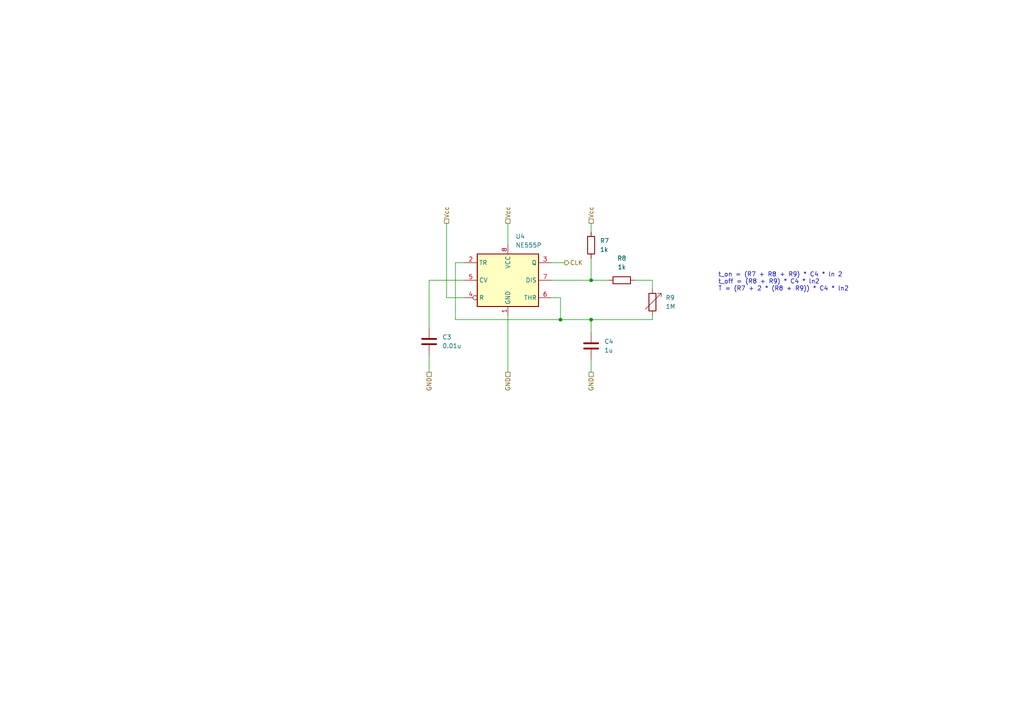
<source format=kicad_sch>
(kicad_sch (version 20231120) (generator "eeschema") (generator_version "8.0")
  (paper "A4")
  (title_block (title "${SHEETNAME}") (date "2024-06-03") (rev "v0.1") (company "BitBanged") (comment 1 "Inspired from Ben Eater's design.") (comment 2 "https://eater.net/8bit/clock"))
  (lib_symbols
    (symbol "Device:C" (pin_numbers hide) (pin_names (offset 0.254))
      (property "Reference" "C" (at 0.635 2.54 0))
      (property "Value" "C" (at 0.635 -2.54 0))
      (symbol "C_0_1"
        (polyline (pts (xy -2.032 -0.762) (xy 2.032 -0.762)) (stroke (width 0.508)))
        (polyline (pts (xy -2.032 0.762) (xy 2.032 0.762)) (stroke (width 0.508)))
      )
      (symbol "C_1_1"
        (pin passive line (at 0 3.81 270) (length 2.794) (name "~") (number "1"))
        (pin passive line (at 0 -3.81 90) (length 2.794) (name "~") (number "2"))
      )
    )
    (symbol "Device:R" (pin_numbers hide) (pin_names (offset 0))
      (property "Reference" "R" (at 2.032 0 90))
      (property "Value" "R" (at 0 0 90))
      (symbol "R_0_1"
        (rectangle (start -1.016 -2.54) (end 1.016 2.54) (stroke (width 0.254)))
      )
      (symbol "R_1_1"
        (pin passive line (at 0 3.81 270) (length 1.27) (name "~") (number "1"))
        (pin passive line (at 0 -3.81 90) (length 1.27) (name "~") (number "2"))
      )
    )
    (symbol "Device:R_Variable" (pin_numbers hide) (pin_names (offset 0))
      (property "Reference" "R" (at 2.54 -2.54 90))
      (property "Value" "R_Variable" (at -2.54 -1.27 90))
      (symbol "R_Variable_0_1"
        (rectangle (start -1.016 -2.54) (end 1.016 2.54) (stroke (width 0.254)))
        (polyline (pts (xy 2.54 1.524) (xy 2.54 2.54) (xy 1.524 2.54) (xy 2.54 2.54) (xy -2.032 -2.032)))
      )
      (symbol "R_Variable_1_1"
        (pin passive line (at 0 3.81 270) (length 1.27) (name "~") (number "1"))
        (pin passive line (at 0 -3.81 90) (length 1.27) (name "~") (number "2"))
      )
    )
    (symbol "Timer:NE555P"
      (property "Reference" "U" (at -10.16 8.89 0))
      (property "Value" "NE555P" (at 2.54 8.89 0))
      (symbol "NE555P_0_0"
        (pin power_in line (at 0 -10.16 90) (length 2.54) (name "GND") (number "1"))
        (pin power_in line (at 0 10.16 270) (length 2.54) (name "VCC") (number "8"))
      )
      (symbol "NE555P_0_1"
        (rectangle (start -8.89 -7.62) (end 8.89 7.62) (stroke (width 0.254)) (fill (type background)))
        (rectangle (start -8.89 -7.62) (end 8.89 7.62) (stroke (width 0.254)) (fill (type background)))
      )
      (symbol "NE555P_1_1"
        (pin input line (at -12.7 5.08 0) (length 3.81) (name "TR") (number "2"))
        (pin output line (at 12.7 5.08 180) (length 3.81) (name "Q") (number "3"))
        (pin input inverted (at -12.7 -5.08 0) (length 3.81) (name "R") (number "4"))
        (pin input line (at -12.7 0 0) (length 3.81) (name "CV") (number "5"))
        (pin input line (at 12.7 -5.08 180) (length 3.81) (name "THR") (number "6"))
        (pin input line (at 12.7 0 180) (length 3.81) (name "DIS") (number "7"))
      )
    )
  )
  (junction (at 162.56 92.71))
  (junction (at 171.45 92.71))
  (junction (at 171.45 81.28))
  (wire (pts (xy 184.15 81.28) (xy 189.23 81.28)))
  (wire (pts (xy 189.23 91.44) (xy 189.23 92.71)))
  (wire (pts (xy 132.08 92.71) (xy 162.56 92.71)))
  (wire (pts (xy 129.54 64.77) (xy 129.54 86.36)))
  (wire (pts (xy 171.45 96.52) (xy 171.45 92.71)))
  (wire (pts (xy 147.32 64.77) (xy 147.32 71.12)))
  (wire (pts (xy 132.08 76.2) (xy 132.08 92.71)))
  (wire (pts (xy 134.62 76.2) (xy 132.08 76.2)))
  (wire (pts (xy 147.32 91.44) (xy 147.32 107.95)))
  (wire (pts (xy 162.56 92.71) (xy 162.56 86.36)))
  (wire (pts (xy 189.23 81.28) (xy 189.23 83.82)))
  (wire (pts (xy 124.46 102.87) (xy 124.46 107.95)))
  (wire (pts (xy 162.56 92.71) (xy 171.45 92.71)))
  (wire (pts (xy 171.45 81.28) (xy 176.53 81.28)))
  (wire (pts (xy 189.23 92.71) (xy 171.45 92.71)))
  (wire (pts (xy 162.56 86.36) (xy 160.02 86.36)))
  (wire (pts (xy 124.46 81.28) (xy 124.46 95.25)))
  (wire (pts (xy 160.02 81.28) (xy 171.45 81.28)))
  (wire (pts (xy 129.54 86.36) (xy 134.62 86.36)))
  (wire (pts (xy 124.46 81.28) (xy 134.62 81.28)))
  (wire (pts (xy 160.02 76.2) (xy 163.83 76.2)))
  (wire (pts (xy 171.45 74.93) (xy 171.45 81.28)))
  (wire (pts (xy 171.45 107.95) (xy 171.45 104.14)))
  (wire (pts (xy 171.45 64.77) (xy 171.45 67.31)))
  (text "t_on = (${dcba7241-aaff-45f6-b836-e2b08965d370:REFERENCE} + ${eebcf823-7306-426b-a49c-b38427e58284:REFERENCE} + ${b1957a74-3c2e-4bf1-b048-f10c81f49b1b:REFERENCE}) * ${6b0c282d-a56c-4e2c-babc-58040ba5ee75:REFERENCE} * ln 2\nt_off = (${eebcf823-7306-426b-a49c-b38427e58284:REFERENCE} + ${b1957a74-3c2e-4bf1-b048-f10c81f49b1b:REFERENCE}) * ${6b0c282d-a56c-4e2c-babc-58040ba5ee75:REFERENCE} * ln2\nT = (${dcba7241-aaff-45f6-b836-e2b08965d370:REFERENCE} + 2 * (${eebcf823-7306-426b-a49c-b38427e58284:REFERENCE} + ${b1957a74-3c2e-4bf1-b048-f10c81f49b1b:REFERENCE})) * ${6b0c282d-a56c-4e2c-babc-58040ba5ee75:REFERENCE} * ln2" (at 208.28 81.788 0) (effects (font (size 1.27 1.27)) (justify left)))
  (hierarchical_label "Vcc" (shape passive) (at 171.45 64.77 90))
  (hierarchical_label "CLK" (shape output) (at 163.83 76.2 0))
  (hierarchical_label "Vcc" (shape passive) (at 147.32 64.77 90))
  (hierarchical_label "GND" (shape passive) (at 147.32 107.95 270))
  (hierarchical_label "GND" (shape passive) (at 171.45 107.95 270))
  (hierarchical_label "Vcc" (shape passive) (at 129.54 64.77 90))
  (hierarchical_label "GND" (shape passive) (at 124.46 107.95 270))
  (symbol (lib_id "Timer:NE555P") (at 147.32 81.28 0) (unit 1)
    (property "Reference" "U4" (at 149.5141 68.58 0) (effects (justify left)))
    (property "Value" "NE555P" (at 149.5141 71.12 0) (effects (justify left)))
    (property "Footprint" "Package_DIP:DIP-8_W7.62mm" (effects (hide yes)))
    (property "Datasheet" "http://www.ti.com/lit/ds/symlink/ne555.pdf" (effects (hide yes)))
    (property "Description" "Precision Timers, 555 compatible,  PDIP-8" (effects (hide yes)))
    (property "Sim.Library" "models/main.lib" (effects (hide yes)))
    (property "Sim.Name" "NE555" (effects (hide yes)))
    (property "Sim.Device" "SUBCKT" (effects (hide yes)))
    (property "Sim.Pins" "1=1 2=2 3=3 4=4 5=5 6=6 7=7 8=8" (effects (hide yes)))
  )
  (symbol (lib_id "Device:C") (at 171.45 100.33 0) (unit 1)
    (property "Reference" "C4" (at 175.26 99.0599 0) (effects (justify left)))
    (property "Value" "1u" (at 175.26 101.5999 0) (effects (justify left)))
    (property "Description" "Unpolarized capacitor" (effects (hide yes)))
    (property "Sim.Device" "C" (effects (hide yes)))
    (property "Sim.Pins" "1=+ 2=-" (effects (hide yes)))
  )
  (symbol (lib_id "Device:R_Variable") (at 189.23 87.63 0) (unit 1)
    (property "Reference" "R9" (at 193.04 86.3599 0) (effects (justify left)))
    (property "Value" "1M" (at 193.04 88.8999 0) (effects (justify left)))
    (property "Description" "Variable resistor" (effects (hide yes)))
    (property "Sim.Device" "R" (effects (hide yes)))
    (property "Sim.Type" "POT" (effects (hide yes)))
    (property "Sim.Params" "pos={R_CLK_WIPER}" (effects (hide yes)))
    (property "Sim.Pins" "1=r0 2=wiper" (effects (hide yes)))
  )
  (symbol (lib_id "Device:C") (at 124.46 99.06 0) (unit 1)
    (property "Reference" "C3" (at 128.27 97.7899 0) (effects (justify left)))
    (property "Value" "0.01u" (at 128.27 100.3299 0) (effects (justify left)))
    (property "Description" "Unpolarized capacitor" (effects (hide yes)))
    (property "Sim.Device" "C" (effects (hide yes)))
    (property "Sim.Pins" "1=+ 2=-" (effects (hide yes)))
  )
  (symbol (lib_id "Device:R") (at 171.45 71.12 0) (unit 1)
    (property "Reference" "R7" (at 173.99 69.8499 0) (effects (justify left)))
    (property "Value" "1k" (at 173.99 72.3899 0) (effects (justify left)))
    (property "Description" "Resistor" (effects (hide yes)))
  )
  (symbol (lib_id "Device:R") (at 180.34 81.28 90) (unit 1)
    (property "Reference" "R8" (at 180.34 74.93 90))
    (property "Value" "1k" (at 180.34 77.47 90))
    (property "Description" "Resistor" (effects (hide yes)))
  )
)
</source>
